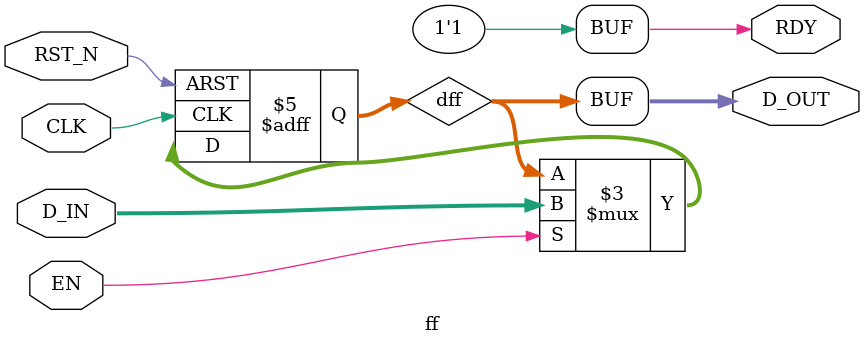
<source format=v>
module ff(
	input wire CLK,
	input wire RST_N,
	input wire [7:0] D_IN,
	input wire EN,
	output wire RDY,
	output wire [7:0] D_OUT
);

reg [7:0] dff;
assign D_OUT=dff;
assign RDY=1;
always @(posedge CLK or negedge RST_N)begin
	if (! RST_N)
		dff<=0;
	else if(EN)dff<=D_IN;
end
endmodule
</source>
